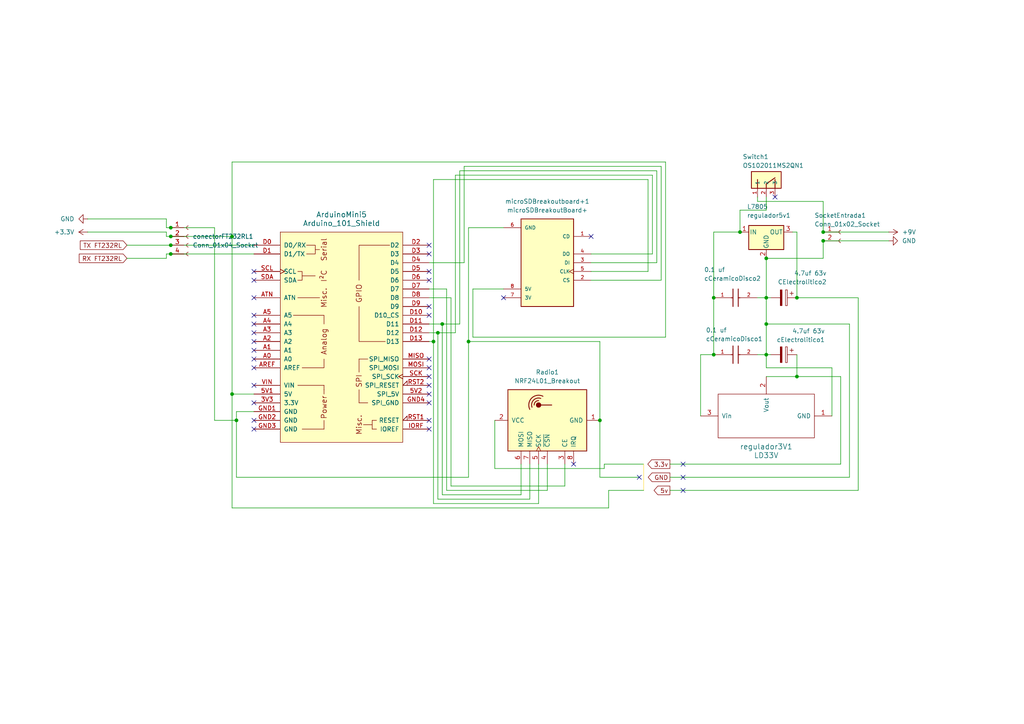
<source format=kicad_sch>
(kicad_sch (version 20231120) (generator "eeschema") (generator_version "8.0")
  (paper "A4")
  (lib_symbols
    (symbol "Connector:Conn_01x02_Socket" (pin_names (offset 1.016) hide)
      (property "Reference" "J" (at 0 2.54 0))
      (property "Value" "Conn_01x02_Socket" (at 0 -5.08 0))
      (symbol "Conn_01x02_Socket_1_1"
        (arc (start 0 -2.032) (mid -0.5058 -2.54) (end 0 -3.048) (stroke (width 0.1524)))
        (polyline (pts (xy -1.27 -2.54) (xy -0.508 -2.54)) (stroke (width 0.1524)))
        (polyline (pts (xy -1.27 0) (xy -0.508 0)) (stroke (width 0.1524)))
        (arc (start 0 0.508) (mid -0.5058 0) (end 0 -0.508) (stroke (width 0.1524)))
        (pin passive line (at -5.08 0 0) (length 3.81) (name "Pin_1") (number "1"))
        (pin passive line (at -5.08 -2.54 0) (length 3.81) (name "Pin_2") (number "2"))
      )
    )
    (symbol "Connector:Conn_01x04_Socket" (pin_names (offset 1.016) hide)
      (property "Reference" "J" (at 0 5.08 0))
      (property "Value" "Conn_01x04_Socket" (at 0 -7.62 0))
      (symbol "Conn_01x04_Socket_1_1"
        (arc (start 0 -4.572) (mid -0.5058 -5.08) (end 0 -5.588) (stroke (width 0.1524)))
        (arc (start 0 -2.032) (mid -0.5058 -2.54) (end 0 -3.048) (stroke (width 0.1524)))
        (polyline (pts (xy -1.27 -5.08) (xy -0.508 -5.08)) (stroke (width 0.1524)))
        (polyline (pts (xy -1.27 -2.54) (xy -0.508 -2.54)) (stroke (width 0.1524)))
        (polyline (pts (xy -1.27 0) (xy -0.508 0)) (stroke (width 0.1524)))
        (polyline (pts (xy -1.27 2.54) (xy -0.508 2.54)) (stroke (width 0.1524)))
        (arc (start 0 0.508) (mid -0.5058 0) (end 0 -0.508) (stroke (width 0.1524)))
        (arc (start 0 3.048) (mid -0.5058 2.54) (end 0 2.032) (stroke (width 0.1524)))
        (pin passive line (at -5.08 2.54 0) (length 3.81) (name "Pin_1") (number "1"))
        (pin passive line (at -5.08 0 0) (length 3.81) (name "Pin_2") (number "2"))
        (pin passive line (at -5.08 -2.54 0) (length 3.81) (name "Pin_3") (number "3"))
        (pin passive line (at -5.08 -5.08 0) (length 3.81) (name "Pin_4") (number "4"))
      )
    )
    (symbol "Device:C_Polarized" (pin_numbers hide) (pin_names (offset 0.254))
      (property "Reference" "C" (at 0.635 2.54 0))
      (property "Value" "C_Polarized" (at 0.635 -2.54 0))
      (symbol "C_Polarized_0_1"
        (rectangle (start -2.286 0.508) (end 2.286 1.016))
        (polyline (pts (xy -1.778 2.286) (xy -0.762 2.286)))
        (polyline (pts (xy -1.27 2.794) (xy -1.27 1.778)))
        (rectangle (start 2.286 -0.508) (end -2.286 -1.016) (fill (type outline)))
      )
      (symbol "C_Polarized_1_1"
        (pin passive line (at 0 3.81 270) (length 2.794) (name "~") (number "1"))
        (pin passive line (at 0 -3.81 90) (length 2.794) (name "~") (number "2"))
      )
    )
    (symbol "RF:NRF24L01_Breakout" (pin_names (offset 1.016))
      (property "Reference" "U" (at -8.89 12.7 0))
      (property "Value" "NRF24L01_Breakout" (at 3.81 12.7 0))
      (symbol "NRF24L01_Breakout_0_1"
        (rectangle (start -8.89 11.43) (end 8.89 -11.43) (stroke (width 0.254)) (fill (type background)))
        (polyline (pts (xy 4.445 1.905) (xy 4.445 -1.27)) (stroke (width 0.254)))
        (circle (center 4.445 2.54) (radius 0.635) (stroke (width 0.254)) (fill (type outline)))
        (arc (start 5.715 2.54) (mid 5.3521 3.4546) (end 4.445 3.81) (stroke (width 0.254)))
        (arc (start 6.35 1.905) (mid 5.8763 3.9854) (end 3.81 4.445) (stroke (width 0.254)))
        (arc (start 6.985 1.27) (mid 6.453 4.548) (end 3.175 5.08) (stroke (width 0.254)))
      )
      (symbol "NRF24L01_Breakout_1_1"
        (pin power_in line (at 0 -15.24 90) (length 3.81) (name "GND") (number "1"))
        (pin power_in line (at 0 15.24 270) (length 3.81) (name "VCC") (number "2"))
        (pin input line (at -12.7 -5.08 0) (length 3.81) (name "CE") (number "3"))
        (pin input line (at -12.7 0 0) (length 3.81) (name "~{CSN}") (number "4"))
        (pin input clock (at -12.7 2.54 0) (length 3.81) (name "SCK") (number "5"))
        (pin input line (at -12.7 7.62 0) (length 3.81) (name "MOSI") (number "6"))
        (pin output line (at -12.7 5.08 0) (length 3.81) (name "MISO") (number "7"))
        (pin output line (at -12.7 -7.62 0) (length 3.81) (name "IRQ") (number "8"))
      )
    )
    (symbol "Regulador_3.3v:LD33V" (pin_names (offset 1.016))
      (property "Reference" "U" (at 0 1.27 0))
      (property "Value" "LD33V" (at 0 3.81 0))
      (symbol "LD33V_0_1"
        (rectangle (start -13.97 6.35) (end 13.97 -6.35))
      )
      (symbol "LD33V_1_1"
        (pin power_out line (at -19.05 0 0) (length 5.08) (name "GND") (number "1"))
        (pin power_out line (at 0 -11.43 90) (length 5.08) (name "Vout") (number "2"))
        (pin power_in line (at 19.05 0 180) (length 5.08) (name "Vin") (number "3"))
      )
    )
    (symbol "Regulator_Linear:L7805" (pin_names (offset 0.254))
      (property "Reference" "U" (at -3.81 3.175 0))
      (property "Value" "L7805" (at 0 3.175 0))
      (symbol "L7805_0_1"
        (rectangle (start -5.08 1.905) (end 5.08 -5.08) (stroke (width 0.254)) (fill (type background)))
      )
      (symbol "L7805_1_1"
        (pin power_in line (at -7.62 0 0) (length 2.54) (name "IN") (number "1"))
        (pin power_in line (at 0 -7.62 90) (length 2.54) (name "GND") (number "2"))
        (pin power_out line (at 7.62 0 180) (length 2.54) (name "OUT") (number "3"))
      )
    )
    (symbol "arduino_mini:Arduino_101_Shield" (pin_names (offset 1.016))
      (property "Reference" "A" (at 0 36.83 0))
      (property "Value" "Arduino_101_Shield" (at 0 33.02 0))
      (symbol "Arduino_101_Shield_0_0"
        (rectangle (start -17.78 30.48) (end 17.78 -30.48) (fill (type background)))
        (rectangle (start -12.7 -13.97) (end -5.08 -13.97))
        (rectangle (start -11.43 -26.67) (end -5.08 -26.67))
        (polyline (pts (xy -11.43 17.78) (xy -7.62 17.78)))
        (polyline (pts (xy -7.62 25.4) (xy -6.35 25.4)))
        (polyline (pts (xy -6.35 11.43) (xy -12.7 11.43)))
        (polyline (pts (xy -5.08 -26.67) (xy -5.08 -24.13)))
        (polyline (pts (xy -5.08 -15.24) (xy -5.08 -16.51)))
        (polyline (pts (xy -5.08 -13.97) (xy -5.08 -15.24)))
        (polyline (pts (xy -5.08 -6.35) (xy -5.08 -8.89) (xy -11.43 -8.89)))
        (polyline (pts (xy -5.08 3.81) (xy -5.08 6.35) (xy -13.97 6.35)))
        (polyline (pts (xy 5.08 8.89) (xy 5.08 -1.27) (xy 12.7 -1.27)))
        (polyline (pts (xy 5.08 16.51) (xy 5.08 26.67) (xy 13.97 26.67)))
        (polyline (pts (xy -12.7 19.05) (xy -11.43 19.05) (xy -11.43 16.51) (xy -12.7 16.51)))
        (polyline (pts (xy -10.16 26.67) (xy -7.62 26.67) (xy -7.62 24.13) (xy -10.16 24.13)))
        (rectangle (start 5.08 -19.05) (end 5.08 -15.24))
        (rectangle (start 5.08 -19.05) (end 7.62 -19.05))
        (rectangle (start 5.08 -10.16) (end 5.08 -6.35))
        (rectangle (start 7.62 -6.35) (end 5.08 -6.35))
        (rectangle (start 8.89 -25.4) (end 6.35 -25.4))
        (rectangle (start 8.89 -24.13) (end 8.89 -26.67))
        (rectangle (start 10.16 -26.67) (end 8.89 -26.67))
        (rectangle (start 10.16 -24.13) (end 8.89 -24.13))
        (text "Analog" (at -5.08 -1.27 900) (effects (font (size 1.524 1.524))))
        (text "I²C" (at -5.08 17.78 900) (effects (font (size 1.524 1.524))))
        (text "Misc." (at -5.08 11.43 900) (effects (font (size 1.524 1.524))))
        (text "Misc." (at 5.08 -25.4 900) (effects (font (size 1.524 1.524))))
        (text "Power" (at -5.08 -20.32 900) (effects (font (size 1.524 1.524))))
        (text "Serial" (at -5.08 25.4 900) (effects (font (size 1.524 1.524))))
        (text "SPI" (at 5.08 -12.7 900) (effects (font (size 1.524 1.524))))
      )
      (symbol "Arduino_101_Shield_1_0"
        (text "GPIO" (at 5.08 12.7 900) (effects (font (size 1.524 1.524))))
      )
      (symbol "Arduino_101_Shield_1_1"
        (pin power_out line (at -25.4 -19.05 0) (length 7.62) (name "3.3V") (number "3V3"))
        (pin power_in line (at -25.4 -16.51 0) (length 7.62) (name "5V") (number "5V1"))
        (pin power_in line (at 25.4 -16.51 180) (length 7.62) (name "SPI_5V") (number "5V2"))
        (pin bidirectional line (at -25.4 -6.35 0) (length 7.62) (name "A0") (number "A0"))
        (pin bidirectional line (at -25.4 -3.81 0) (length 7.62) (name "A1") (number "A1"))
        (pin bidirectional line (at -25.4 -1.27 0) (length 7.62) (name "A2") (number "A2"))
        (pin bidirectional line (at -25.4 1.27 0) (length 7.62) (name "A3") (number "A3"))
        (pin bidirectional line (at -25.4 3.81 0) (length 7.62) (name "A4") (number "A4"))
        (pin bidirectional line (at -25.4 6.35 0) (length 7.62) (name "A5") (number "A5"))
        (pin input line (at -25.4 -8.89 0) (length 7.62) (name "AREF") (number "AREF"))
        (pin bidirectional line (at -25.4 11.43 0) (length 7.62) (name "ATN") (number "ATN"))
        (pin bidirectional line (at -25.4 26.67 0) (length 7.62) (name "D0/RX") (number "D0"))
        (pin bidirectional line (at -25.4 24.13 0) (length 7.62) (name "D1/TX") (number "D1"))
        (pin bidirectional line (at 25.4 6.35 180) (length 7.62) (name "D10_CS") (number "D10"))
        (pin bidirectional line (at 25.4 3.81 180) (length 7.62) (name "D11") (number "D11"))
        (pin bidirectional line (at 25.4 1.27 180) (length 7.62) (name "D12") (number "D12"))
        (pin bidirectional line (at 25.4 -1.27 180) (length 7.62) (name "D13") (number "D13"))
        (pin bidirectional line (at 25.4 26.67 180) (length 7.62) (name "D2") (number "D2"))
        (pin bidirectional line (at 25.4 24.13 180) (length 7.62) (name "D3") (number "D3"))
        (pin bidirectional line (at 25.4 21.59 180) (length 7.62) (name "D4") (number "D4"))
        (pin bidirectional line (at 25.4 19.05 180) (length 7.62) (name "D5") (number "D5"))
        (pin bidirectional line (at 25.4 16.51 180) (length 7.62) (name "D6") (number "D6"))
        (pin bidirectional line (at 25.4 13.97 180) (length 7.62) (name "D7") (number "D7"))
        (pin bidirectional line (at 25.4 11.43 180) (length 7.62) (name "D8") (number "D8"))
        (pin bidirectional line (at 25.4 8.89 180) (length 7.62) (name "D9") (number "D9"))
        (pin power_in line (at -25.4 -21.59 0) (length 7.62) (name "GND") (number "GND1"))
        (pin power_in line (at -25.4 -24.13 0) (length 7.62) (name "GND") (number "GND2"))
        (pin power_in line (at -25.4 -26.67 0) (length 7.62) (name "GND") (number "GND3"))
        (pin power_in line (at 25.4 -19.05 180) (length 7.62) (name "SPI_GND") (number "GND4"))
        (pin output line (at 25.4 -26.67 180) (length 7.62) (name "IOREF") (number "IORF"))
        (pin input line (at 25.4 -6.35 180) (length 7.62) (name "SPI_MISO") (number "MISO"))
        (pin output line (at 25.4 -8.89 180) (length 7.62) (name "SPI_MOSI") (number "MOSI"))
        (pin open_collector input_low (at 25.4 -24.13 180) (length 7.62) (name "RESET") (number "RST1"))
        (pin open_collector input_low (at 25.4 -13.97 180) (length 7.62) (name "SPI_RESET") (number "RST2"))
        (pin output clock (at 25.4 -11.43 180) (length 7.62) (name "SPI_SCK") (number "SCK"))
        (pin bidirectional clock (at -25.4 19.05 0) (length 7.62) (name "SCL") (number "SCL"))
        (pin bidirectional line (at -25.4 16.51 0) (length 7.62) (name "SDA") (number "SDA"))
        (pin power_in line (at -25.4 -13.97 0) (length 7.62) (name "VIN") (number "VIN"))
      )
    )
    (symbol "c_small_disk:C320C104M5U5TA" (pin_names (offset 1.016))
      (property "Reference" "C" (at 8.89 6.35 0))
      (property "Value" "C320C104M5U5TA" (at 8.89 3.81 0))
      (symbol "C320C104M5U5TA_0_0"
        (polyline (pts (xy 5.08 0) (xy 5.588 0)) (stroke (width 0.254)))
        (polyline (pts (xy 5.588 2.54) (xy 5.588 -2.54)) (stroke (width 0.254)))
        (polyline (pts (xy 7.112 0) (xy 7.62 0)) (stroke (width 0.254)))
        (polyline (pts (xy 7.112 2.54) (xy 7.112 -2.54)) (stroke (width 0.254)))
        (pin bidirectional line (at 0 0 0) (length 5.08) (name "~") (number "1"))
        (pin bidirectional line (at 12.7 0 180) (length 5.08) (name "~") (number "2"))
      )
    )
    (symbol "microSDBreakoutBoard+:microSDBreakoutBoard+" (pin_names (offset 1.016))
      (property "Reference" "U" (at -7.62 13.462 0))
      (property "Value" "microSDBreakoutBoard+" (at -7.62 -15.24 0))
      (symbol "microSDBreakoutBoard+_0_0"
        (rectangle (start -7.62 -12.7) (end 7.62 12.7) (stroke (width 0.254)) (fill (type background)))
        (pin bidirectional line (at -12.7 -7.62 0) (length 5.08) (name "CD") (number "1"))
        (pin input line (at -12.7 5.08 0) (length 5.08) (name "CS") (number "2"))
        (pin input line (at -12.7 0 0) (length 5.08) (name "DI") (number "3"))
        (pin output line (at -12.7 -2.54 0) (length 5.08) (name "DO") (number "4"))
        (pin input clock (at -12.7 2.54 0) (length 5.08) (name "CLK") (number "5"))
        (pin power_in line (at 12.7 -10.16 180) (length 5.08) (name "GND") (number "6"))
        (pin power_in line (at 12.7 10.16 180) (length 5.08) (name "3V") (number "7"))
        (pin power_in line (at 12.7 7.62 180) (length 5.08) (name "5V") (number "8"))
      )
    )
    (symbol "power:+3.3V" (power) (pin_numbers hide) (pin_names (offset 0) hide)
      (property "Value" "+3.3V" (at 0 3.556 0))
      (symbol "+3.3V_0_1"
        (polyline (pts (xy -0.762 1.27) (xy 0 2.54)))
        (polyline (pts (xy 0 0) (xy 0 2.54)))
        (polyline (pts (xy 0 2.54) (xy 0.762 1.27)))
      )
      (symbol "+3.3V_1_1"
        (pin power_in line (at 0 0 90) (length 0) (name "~") (number "1"))
      )
    )
    (symbol "power:+9V" (power) (pin_numbers hide) (pin_names (offset 0) hide)
      (property "Value" "+9V" (at 0 3.556 0))
      (symbol "+9V_0_1"
        (polyline (pts (xy -0.762 1.27) (xy 0 2.54)))
        (polyline (pts (xy 0 0) (xy 0 2.54)))
        (polyline (pts (xy 0 2.54) (xy 0.762 1.27)))
      )
      (symbol "+9V_1_1"
        (pin power_in line (at 0 0 90) (length 0) (name "~") (number "1"))
      )
    )
    (symbol "power:GND" (power) (pin_numbers hide) (pin_names (offset 0) hide)
      (property "Value" "GND" (at 0 -3.81 0))
      (symbol "GND_0_1"
        (polyline (pts (xy 0 0) (xy 0 -1.27) (xy 1.27 -1.27) (xy 0 -2.54) (xy -1.27 -1.27) (xy 0 -1.27)))
      )
      (symbol "GND_1_1"
        (pin power_in line (at 0 0 270) (length 0) (name "~") (number "1"))
      )
    )
    (symbol "switch:OS102011MS2QN1" (pin_names (offset 1.016))
      (property "Reference" "S" (at -2.5411 5.0822 0))
      (property "Value" "OS102011MS2QN1" (at -2.544 -7.6319 0))
      (symbol "OS102011MS2QN1_0_0"
        (rectangle (start -2.54 -4.318) (end 2.286 4.318) (stroke (width 0.254)) (fill (type background)))
        (polyline (pts (xy -2.54 -2.54) (xy 0 -2.54)) (stroke (width 0.254)))
        (polyline (pts (xy -2.54 0) (xy -1.27 0)) (stroke (width 0.254)))
        (polyline (pts (xy -2.54 2.54) (xy 0 2.54)) (stroke (width 0.254)))
        (polyline (pts (xy -1.27 0) (xy 0.508 -2.54)) (stroke (width 0.254)))
        (pin passive line (at -5.08 2.54 0) (length 2.54) (name "1") (number "1"))
        (pin passive line (at -5.08 0 0) (length 2.54) (name "2") (number "2"))
        (pin passive line (at -5.08 -2.54 0) (length 2.54) (name "3") (number "3"))
      )
    )
  )
  (junction (at 222.25 74.93))
  (junction (at 238.76 69.85))
  (junction (at 207.01 102.87))
  (junction (at 135.89 99.06))
  (junction (at 173.99 121.92))
  (junction (at 231.14 86.36))
  (junction (at 222.25 93.98))
  (junction (at 67.31 68.58))
  (junction (at 49.53 68.58))
  (junction (at 68.58 121.92))
  (junction (at 222.25 102.87))
  (junction (at 49.53 73.66))
  (junction (at 207.01 86.36))
  (junction (at 127 96.52))
  (junction (at 49.53 66.04))
  (junction (at 128.27 93.98))
  (junction (at 125.73 99.06))
  (junction (at 67.31 114.3))
  (junction (at 231.14 109.22))
  (junction (at 238.76 67.31))
  (junction (at 49.53 71.12))
  (junction (at 214.63 67.31))
  (junction (at 222.25 86.36))
  (no_connect (at 224.79 57.15))
  (no_connect (at 124.46 124.46))
  (no_connect (at 198.12 142.24))
  (no_connect (at 73.66 96.52))
  (no_connect (at 73.66 93.98))
  (no_connect (at 124.46 121.92))
  (no_connect (at 124.46 111.76))
  (no_connect (at 73.66 104.14))
  (no_connect (at 124.46 81.28))
  (no_connect (at 124.46 88.9))
  (no_connect (at 73.66 78.74))
  (no_connect (at 73.66 106.68))
  (no_connect (at 73.66 99.06))
  (no_connect (at 73.66 124.46))
  (no_connect (at 124.46 73.66))
  (no_connect (at 124.46 78.74))
  (no_connect (at 198.12 134.62))
  (no_connect (at 146.05 86.36))
  (no_connect (at 124.46 91.44))
  (no_connect (at 198.12 138.43))
  (no_connect (at 73.66 91.44))
  (no_connect (at 73.66 121.92))
  (no_connect (at 73.66 116.84))
  (no_connect (at 124.46 106.68))
  (no_connect (at 73.66 81.28))
  (no_connect (at 124.46 116.84))
  (no_connect (at 73.66 101.6))
  (no_connect (at 171.45 68.58))
  (no_connect (at 73.66 111.76))
  (no_connect (at 73.66 86.36))
  (no_connect (at 166.37 134.62))
  (no_connect (at 185.42 138.43))
  (no_connect (at 124.46 104.14))
  (no_connect (at 124.46 71.12))
  (no_connect (at 124.46 109.22))
  (no_connect (at 124.46 114.3))
  (wire (pts (xy 137.16 83.82) (xy 137.16 97.79)))
  (wire (pts (xy 222.25 109.22) (xy 231.14 109.22)))
  (wire (pts (xy 130.81 86.36) (xy 124.46 86.36)))
  (wire (pts (xy 48.26 73.66) (xy 49.53 73.66)))
  (wire (pts (xy 222.25 102.87) (xy 223.52 102.87)))
  (wire (pts (xy 189.23 73.66) (xy 189.23 50.8)))
  (wire (pts (xy 246.38 93.98) (xy 246.38 138.43)))
  (wire (pts (xy 36.83 74.93) (xy 48.26 74.93)))
  (wire (pts (xy 171.45 76.2) (xy 190.5 76.2)))
  (wire (pts (xy 203.2 120.65) (xy 203.2 102.87)))
  (wire (pts (xy 186.69 134.62) (xy 186.69 142.24)) (stroke (width 0) (color 255 224 77 1)))
  (wire (pts (xy 222.25 74.93) (xy 238.76 74.93)))
  (wire (pts (xy 231.14 109.22) (xy 231.14 102.87)))
  (wire (pts (xy 129.54 83.82) (xy 124.46 83.82)))
  (wire (pts (xy 125.73 146.05) (xy 125.73 99.06)))
  (wire (pts (xy 222.25 106.68) (xy 222.25 102.87)))
  (wire (pts (xy 135.89 99.06) (xy 173.99 99.06)))
  (wire (pts (xy 130.81 140.97) (xy 130.81 86.36)))
  (wire (pts (xy 207.01 86.36) (xy 207.01 67.31)))
  (wire (pts (xy 134.62 48.26) (xy 134.62 76.2)))
  (wire (pts (xy 222.25 86.36) (xy 222.25 93.98)))
  (wire (pts (xy 128.27 93.98) (xy 124.46 93.98)))
  (wire (pts (xy 219.71 102.87) (xy 222.25 102.87)))
  (wire (pts (xy 127 144.78) (xy 127 96.52)))
  (wire (pts (xy 143.51 135.89) (xy 175.26 135.89)))
  (wire (pts (xy 214.63 60.96) (xy 214.63 67.31)))
  (wire (pts (xy 48.26 63.5) (xy 48.26 66.04)))
  (wire (pts (xy 241.3 120.65) (xy 241.3 106.68)))
  (wire (pts (xy 219.71 86.36) (xy 222.25 86.36)))
  (wire (pts (xy 222.25 60.96) (xy 214.63 60.96)))
  (wire (pts (xy 67.31 68.58) (xy 67.31 114.3)))
  (wire (pts (xy 156.21 146.05) (xy 125.73 146.05)))
  (wire (pts (xy 171.45 78.74) (xy 187.96 78.74)))
  (wire (pts (xy 25.4 63.5) (xy 48.26 63.5)))
  (wire (pts (xy 153.67 144.78) (xy 127 144.78)))
  (wire (pts (xy 243.84 109.22) (xy 243.84 134.62)))
  (wire (pts (xy 67.31 114.3) (xy 67.31 147.32)))
  (wire (pts (xy 49.53 68.58) (xy 67.31 68.58)))
  (wire (pts (xy 73.66 114.3) (xy 67.31 114.3)))
  (wire (pts (xy 67.31 46.99) (xy 67.31 68.58)))
  (wire (pts (xy 36.83 71.12) (xy 49.53 71.12)))
  (wire (pts (xy 67.31 147.32) (xy 176.53 147.32)))
  (wire (pts (xy 173.99 99.06) (xy 173.99 121.92)))
  (wire (pts (xy 129.54 142.24) (xy 129.54 83.82)))
  (wire (pts (xy 229.87 67.31) (xy 231.14 67.31)))
  (wire (pts (xy 222.25 86.36) (xy 223.52 86.36)))
  (wire (pts (xy 68.58 121.92) (xy 68.58 138.43)))
  (wire (pts (xy 73.66 119.38) (xy 68.58 119.38)))
  (wire (pts (xy 49.53 66.04) (xy 62.23 66.04)))
  (wire (pts (xy 175.26 135.89) (xy 175.26 134.62)))
  (wire (pts (xy 176.53 147.32) (xy 176.53 142.24)))
  (wire (pts (xy 48.26 68.58) (xy 49.53 68.58)))
  (wire (pts (xy 62.23 121.92) (xy 68.58 121.92)))
  (wire (pts (xy 48.26 66.04) (xy 49.53 66.04)))
  (wire (pts (xy 241.3 106.68) (xy 222.25 106.68)))
  (wire (pts (xy 132.08 50.8) (xy 132.08 96.52)))
  (wire (pts (xy 203.2 102.87) (xy 207.01 102.87)))
  (wire (pts (xy 238.76 58.42) (xy 219.71 58.42)))
  (wire (pts (xy 125.73 52.07) (xy 125.73 99.06)))
  (wire (pts (xy 68.58 138.43) (xy 135.89 138.43)))
  (wire (pts (xy 194.31 134.62) (xy 243.84 134.62)))
  (wire (pts (xy 238.76 67.31) (xy 257.81 67.31)))
  (wire (pts (xy 25.4 67.31) (xy 48.26 67.31)))
  (wire (pts (xy 135.89 66.04) (xy 135.89 99.06)))
  (wire (pts (xy 151.13 134.62) (xy 151.13 143.51)))
  (wire (pts (xy 231.14 86.36) (xy 248.92 86.36)))
  (wire (pts (xy 231.14 67.31) (xy 231.14 86.36)))
  (wire (pts (xy 133.35 49.53) (xy 133.35 93.98)))
  (wire (pts (xy 194.31 142.24) (xy 248.92 142.24)))
  (wire (pts (xy 191.77 48.26) (xy 134.62 48.26)))
  (wire (pts (xy 48.26 67.31) (xy 48.26 68.58)))
  (wire (pts (xy 68.58 119.38) (xy 68.58 121.92)))
  (wire (pts (xy 125.73 99.06) (xy 124.46 99.06)))
  (wire (pts (xy 134.62 76.2) (xy 124.46 76.2)))
  (wire (pts (xy 238.76 69.85) (xy 257.81 69.85)))
  (wire (pts (xy 187.96 78.74) (xy 187.96 52.07)))
  (wire (pts (xy 231.14 109.22) (xy 243.84 109.22)))
  (wire (pts (xy 190.5 49.53) (xy 133.35 49.53)))
  (wire (pts (xy 153.67 134.62) (xy 153.67 144.78)))
  (wire (pts (xy 207.01 67.31) (xy 214.63 67.31)))
  (wire (pts (xy 176.53 142.24) (xy 186.69 142.24)))
  (wire (pts (xy 135.89 138.43) (xy 135.89 99.06)))
  (wire (pts (xy 193.04 46.99) (xy 67.31 46.99)))
  (wire (pts (xy 128.27 93.98) (xy 133.35 93.98)))
  (wire (pts (xy 222.25 74.93) (xy 222.25 86.36)))
  (wire (pts (xy 127 96.52) (xy 132.08 96.52)))
  (wire (pts (xy 158.75 134.62) (xy 158.75 142.24)))
  (wire (pts (xy 137.16 97.79) (xy 193.04 97.79)))
  (wire (pts (xy 146.05 66.04) (xy 135.89 66.04)))
  (wire (pts (xy 189.23 50.8) (xy 132.08 50.8)))
  (wire (pts (xy 163.83 134.62) (xy 163.83 140.97)))
  (wire (pts (xy 187.96 52.07) (xy 125.73 52.07)))
  (wire (pts (xy 222.25 57.15) (xy 222.25 60.96)))
  (wire (pts (xy 191.77 81.28) (xy 191.77 48.26)))
  (wire (pts (xy 156.21 134.62) (xy 156.21 146.05)))
  (wire (pts (xy 151.13 143.51) (xy 128.27 143.51)))
  (wire (pts (xy 222.25 93.98) (xy 222.25 102.87)))
  (wire (pts (xy 193.04 97.79) (xy 193.04 46.99)))
  (wire (pts (xy 49.53 71.12) (xy 73.66 71.12)))
  (wire (pts (xy 171.45 73.66) (xy 189.23 73.66)))
  (wire (pts (xy 146.05 83.82) (xy 137.16 83.82)))
  (wire (pts (xy 163.83 140.97) (xy 130.81 140.97)))
  (wire (pts (xy 175.26 134.62) (xy 186.69 134.62)))
  (wire (pts (xy 173.99 121.92) (xy 173.99 138.43)))
  (wire (pts (xy 173.99 138.43) (xy 185.42 138.43)))
  (wire (pts (xy 49.53 73.66) (xy 73.66 73.66)))
  (wire (pts (xy 248.92 86.36) (xy 248.92 142.24)))
  (wire (pts (xy 143.51 121.92) (xy 143.51 135.89)))
  (wire (pts (xy 238.76 67.31) (xy 238.76 58.42)))
  (wire (pts (xy 222.25 93.98) (xy 246.38 93.98)))
  (wire (pts (xy 207.01 86.36) (xy 207.01 102.87)))
  (wire (pts (xy 128.27 143.51) (xy 128.27 93.98)))
  (wire (pts (xy 219.71 57.15) (xy 219.71 58.42)))
  (wire (pts (xy 171.45 81.28) (xy 191.77 81.28)))
  (wire (pts (xy 127 96.52) (xy 124.46 96.52)))
  (wire (pts (xy 48.26 74.93) (xy 48.26 73.66)))
  (wire (pts (xy 190.5 76.2) (xy 190.5 49.53)))
  (wire (pts (xy 238.76 69.85) (xy 238.76 74.93)))
  (wire (pts (xy 158.75 142.24) (xy 129.54 142.24)))
  (wire (pts (xy 62.23 66.04) (xy 62.23 121.92)))
  (wire (pts (xy 194.31 138.43) (xy 246.38 138.43)))
  (global_label "GND" (shape output) (at 194.31 138.43 180) (property "Intersheetrefs" "${INTERSHEET_REFS}" (effects (hide yes))))
  (global_label "3.3v" (shape output) (at 194.31 134.62 180) (property "Intersheetrefs" "${INTERSHEET_REFS}" (effects (hide yes))))
  (global_label "TX FT232RL" (shape input) (at 36.83 71.12 180) (property "Intersheetrefs" "${INTERSHEET_REFS}" (effects (hide yes))))
  (global_label "5v" (shape output) (at 194.31 142.24 180) (property "Intersheetrefs" "${INTERSHEET_REFS}" (effects (hide yes))))
  (global_label "RX FT232RL" (shape input) (at 36.83 74.93 180) (property "Intersheetrefs" "${INTERSHEET_REFS}" (effects (hide yes))))
  (symbol (lib_id "power:GND") (at 25.4 63.5 270) (unit 1)
    (property "Reference" "#PWR04" (effects (hide yes)))
    (property "Value" "GND" (at 21.59 63.4999 90) (effects (justify right)))
    (property "Description" "Power symbol creates a global label with name \"GND\" , ground" (effects (hide yes)))
  )
  (symbol (lib_id "Device:C_Polarized") (at 227.33 86.36 270) (unit 1)
    (property "Reference" "CElectrolitico2" (at 239.776 81.788 90) (effects (justify right)))
    (property "Value" "4.7uf 63v" (at 239.776 79.248 90) (effects (justify right)))
    (property "Footprint" "Capacitor_THT:C_Radial_D5.0mm_H11.0mm_P2.00mm" (effects (hide yes)))
    (property "Description" "Polarized capacitor" (effects (hide yes)))
  )
  (symbol (lib_id "microSDBreakoutBoard+:microSDBreakoutBoard+") (at 158.75 76.2 180) (unit 1)
    (property "Reference" "microSDBreakoutboard+1" (at 158.75 58.42 0))
    (property "Value" "microSDBreakoutBoard+" (at 158.75 60.96 0))
    (property "Footprint" "microSD_breakout_Board+:MODULE_254" (effects (hide yes)))
    (property "MF" "Adafruit" (effects (hide yes)))
    (property "MAXIMUM_PACKAGE_HEIGHT" "3.75 mm" (effects (hide yes)))
    (property "Package" "NON STANDARD Adafruit" (effects (hide yes)))
    (property "Price" "None" (effects (hide yes)))
    (property "Check_prices" "https://www.snapeda.com/parts/254/Adafruit+Industries/view-part/?ref=eda" (effects (hide yes)))
    (property "STANDARD" "Manufacturer Recommendations" (effects (hide yes)))
    (property "PARTREV" "Jul 31, 2013" (effects (hide yes)))
    (property "SnapEDA_Link" "https://www.snapeda.com/parts/254/Adafruit+Industries/view-part/?ref=snap" (effects (hide yes)))
    (property "MP" "254" (effects (hide yes)))
    (property "Purchase-URL" "https://www.snapeda.com/api/url_track_click_mouser/?unipart_id=4653161&manufacturer=Adafruit&part_name=254&search_term=5v ready micro-sd breakout board" (effects (hide yes)))
    (property "Description_1" "\nMicroSD card breakout board+ | Adafruit Industries 254\n" (effects (hide yes)))
    (property "Availability" "In Stock" (effects (hide yes)))
    (property "MANUFACTURER" "Adafruit Industries" (effects (hide yes)))
  )
  (symbol (lib_id "power:+9V") (at 257.81 67.31 270) (unit 1)
    (property "Reference" "#PWR02" (effects (hide yes)))
    (property "Value" "+9V" (at 261.62 67.3099 90) (effects (justify left)))
    (property "Description" "Power symbol creates a global label with name \"+9V\"" (effects (hide yes)))
  )
  (symbol (lib_id "Device:C_Polarized") (at 227.33 102.87 270) (unit 1)
    (property "Reference" "cElectrolitico1" (at 239.268 98.552 90) (effects (justify right)))
    (property "Value" "4.7uf 63v" (at 239.268 96.012 90) (effects (justify right)))
    (property "Footprint" "Capacitor_THT:C_Radial_D5.0mm_H11.0mm_P2.00mm" (effects (hide yes)))
    (property "Description" "Polarized capacitor" (effects (hide yes)))
  )
  (symbol (lib_id "arduino_mini:Arduino_101_Shield") (at 99.06 97.79 0) (unit 1)
    (property "Reference" "ArduinoMini5" (at 99.06 62.23 0) (effects (font (size 1.524 1.524))))
    (property "Value" "Arduino_101_Shield" (at 99.06 64.77 0) (effects (font (size 1.524 1.524))))
    (property "Footprint" "arduino-library:Arduino_Mini_Socket" (effects (hide yes)))
    (property "Datasheet" "https://docs.arduino.cc/retired/boards/arduino-101-619" (effects (hide yes)))
    (property "Description" "Shield for Arduino 101" (effects (hide yes)))
  )
  (symbol (lib_id "RF:NRF24L01_Breakout") (at 158.75 121.92 90) (unit 1)
    (property "Reference" "Radio1" (at 158.75 107.95 90))
    (property "Value" "NRF24L01_Breakout" (at 158.75 110.49 90))
    (property "Footprint" "RF_Module:nRF24L01_Breakout" (effects (hide yes)))
    (property "Datasheet" "http://www.nordicsemi.com/eng/content/download/2730/34105/file/nRF24L01_Product_Specification_v2_0.pdf" (effects (hide yes)))
    (property "Description" "Ultra low power 2.4GHz RF Transceiver, Carrier PCB" (effects (hide yes)))
  )
  (symbol (lib_id "Regulator_Linear:L7805") (at 222.25 67.31 0) (unit 1)
    (property "Reference" "regulador5v1" (at 216.662 62.484 0) (effects (justify left)))
    (property "Value" "L7805" (at 216.662 59.944 0) (effects (justify left)))
    (property "Footprint" "Package_TO_SOT_THT:TO-220-3_Vertical" (effects (hide yes)))
    (property "Datasheet" "http://www.st.com/content/ccc/resource/technical/document/datasheet/41/4f/b3/b0/12/d4/47/88/CD00000444.pdf/files/CD00000444.pdf/jcr:content/translations/en.CD00000444.pdf" (effects (hide yes)))
    (property "Description" "Positive 1.5A 35V Linear Regulator, Fixed Output 5V, TO-220/TO-263/TO-252" (effects (hide yes)))
  )
  (symbol (lib_id "power:GND") (at 257.81 69.85 90) (unit 1)
    (property "Reference" "#PWR03" (effects (hide yes)))
    (property "Value" "GND" (at 261.62 69.8499 90) (effects (justify right)))
    (property "Description" "Power symbol creates a global label with name \"GND\" , ground" (effects (hide yes)))
  )
  (symbol (lib_id "Connector:Conn_01x02_Socket") (at 243.84 67.31 0) (unit 1)
    (property "Reference" "SocketEntrada1" (at 236.22 62.484 0) (effects (justify left)))
    (property "Value" "Conn_01x02_Socket" (at 236.22 65.024 0) (effects (justify left)))
    (property "Footprint" "Connector_Molex:Molex_KK-254_AE-6410-02A_1x02_P2.54mm_Vertical" (effects (hide yes)))
    (property "Description" "Generic connector, single row, 01x02, script generated" (effects (hide yes)))
  )
  (symbol (lib_id "Regulador_3.3v:LD33V") (at 222.25 120.65 180) (unit 1)
    (property "Reference" "regulador3V1" (at 222.25 129.54 0) (effects (font (size 1.524 1.524))))
    (property "Value" "LD33V" (at 222.25 132.08 0) (effects (font (size 1.524 1.524))))
    (property "Footprint" "Package_TO_SOT_THT:TO-220-3_Vertical" (effects (hide yes)))
  )
  (symbol (lib_id "c_small_disk:C320C104M5U5TA") (at 207.01 86.36 0) (unit 1)
    (property "Reference" "cCeramicoDisco2" (at 204.216 80.772 0) (effects (justify left)))
    (property "Value" "0.1 uf" (at 204.216 78.232 0) (effects (justify left)))
    (property "Footprint" "Capacitor_THT:C_Disc_D4.3mm_W1.9mm_P5.00mm" (effects (hide yes)))
    (property "Manufacturer_Name" "Kemet" (effects (hide yes)))
    (property "MF" "KEMET" (effects (hide yes)))
    (property "Mouser_Price-Stock" "https://www.mouser.com/Search/Refine.aspx?Keyword=80-C320C104M5U" (effects (hide yes)))
    (property "Description_1" "\nC320 C 100nF Ceramic Multilayer Capacitor, 50 VDC, +85degC, Z5U Dielec, +/-20% | KEMET C320C104M5U5TA\n" (effects (hide yes)))
    (property "Allied_Number" "70095209" (effects (hide yes)))
    (property "RS_Part_Number" "8703823" (effects (hide yes)))
    (property "Allied_Price-Stock" "https://www.alliedelec.com/kemet-c320c104m5u5ta/70095209/" (effects (hide yes)))
    (property "Price" "None" (effects (hide yes)))
    (property "Mouser_Part_Number" "80-C320C104M5U" (effects (hide yes)))
    (property "Check_prices" "https://www.snapeda.com/parts/C320C104M5U5TA/KEMET/view-part/?ref=eda" (effects (hide yes)))
    (property "Height" "mm" (effects (hide yes)))
    (property "SnapEDA_Link" "https://www.snapeda.com/parts/C320C104M5U5TA/KEMET/view-part/?ref=snap" (effects (hide yes)))
    (property "MP" "C320C104M5U5TA" (effects (hide yes)))
    (property "Package" "Radial KEMET" (effects (hide yes)))
    (property "RS_Price-Stock" "https://uk.rs-online.com/web/p/products/8703823" (effects (hide yes)))
    (property "Availability" "In Stock" (effects (hide yes)))
    (property "Manufacturer_Part_Number" "C320C104M5U5TA" (effects (hide yes)))
  )
  (symbol (lib_id "power:+3.3V") (at 25.4 67.31 90) (unit 1)
    (property "Reference" "#PWR01" (effects (hide yes)))
    (property "Value" "+3.3V" (at 21.59 67.3099 90) (effects (justify left)))
    (property "Description" "Power symbol creates a global label with name \"+3.3V\"" (effects (hide yes)))
  )
  (symbol (lib_id "Connector:Conn_01x04_Socket") (at 54.61 68.58 0) (unit 1)
    (property "Reference" "conectorFT232RL1" (at 55.88 68.5799 0) (effects (justify left)))
    (property "Value" "Conn_01x04_Socket" (at 55.88 71.1199 0) (effects (justify left)))
    (property "Footprint" "Connector_JST:JST_ZH_B4B-ZR_1x04_P1.50mm_Vertical" (effects (hide yes)))
    (property "Description" "Generic connector, single row, 01x04, script generated" (effects (hide yes)))
  )
  (symbol (lib_id "switch:OS102011MS2QN1") (at 222.25 52.07 90) (unit 1)
    (property "Reference" "Switch1" (at 215.392 45.466 90) (effects (justify right)))
    (property "Value" "OS102011MS2QN1" (at 215.392 48.006 90) (effects (justify right)))
    (property "Footprint" "switch:SW_OS102011MS2QN1" (effects (hide yes)))
    (property "MF" "C&K" (effects (hide yes)))
    (property "Description_1" "\nSwitch,Slide,Mini,SPDT,ON-ON,Non-Shorting(BBM),100mA,12VDC,ThruHole,PC Pin | C&K OS102011MS2QN1\n" (effects (hide yes)))
    (property "Package" "None" (effects (hide yes)))
    (property "Price" "None" (effects (hide yes)))
    (property "Check_prices" "https://www.snapeda.com/parts/OS102011MS2QN1/C%2526K/view-part/?ref=eda" (effects (hide yes)))
    (property "STANDARD" "MANUFACTURER RECOMMENDATIONS" (effects (hide yes)))
    (property "SnapEDA_Link" "https://www.snapeda.com/parts/OS102011MS2QN1/C%2526K/view-part/?ref=snap" (effects (hide yes)))
    (property "MP" "OS102011MS2QN1" (effects (hide yes)))
    (property "Availability" "In Stock" (effects (hide yes)))
    (property "MANUFACTURER" "C&K" (effects (hide yes)))
  )
  (symbol (lib_id "c_small_disk:C320C104M5U5TA") (at 207.01 102.87 0) (unit 1)
    (property "Reference" "cCeramicoDisco1" (at 204.724 98.298 0) (effects (justify left)))
    (property "Value" "0.1 uf" (at 204.724 95.758 0) (effects (justify left)))
    (property "Footprint" "Capacitor_THT:C_Disc_D4.3mm_W1.9mm_P5.00mm" (effects (hide yes)))
    (property "Manufacturer_Name" "Kemet" (effects (hide yes)))
    (property "MF" "KEMET" (effects (hide yes)))
    (property "Mouser_Price-Stock" "https://www.mouser.com/Search/Refine.aspx?Keyword=80-C320C104M5U" (effects (hide yes)))
    (property "Description_1" "\nC320 C 100nF Ceramic Multilayer Capacitor, 50 VDC, +85degC, Z5U Dielec, +/-20% | KEMET C320C104M5U5TA\n" (effects (hide yes)))
    (property "Allied_Number" "70095209" (effects (hide yes)))
    (property "RS_Part_Number" "8703823" (effects (hide yes)))
    (property "Allied_Price-Stock" "https://www.alliedelec.com/kemet-c320c104m5u5ta/70095209/" (effects (hide yes)))
    (property "Price" "None" (effects (hide yes)))
    (property "Mouser_Part_Number" "80-C320C104M5U" (effects (hide yes)))
    (property "Check_prices" "https://www.snapeda.com/parts/C320C104M5U5TA/KEMET/view-part/?ref=eda" (effects (hide yes)))
    (property "Height" "mm" (effects (hide yes)))
    (property "SnapEDA_Link" "https://www.snapeda.com/parts/C320C104M5U5TA/KEMET/view-part/?ref=snap" (effects (hide yes)))
    (property "MP" "C320C104M5U5TA" (effects (hide yes)))
    (property "Package" "Radial KEMET" (effects (hide yes)))
    (property "RS_Price-Stock" "https://uk.rs-online.com/web/p/products/8703823" (effects (hide yes)))
    (property "Availability" "In Stock" (effects (hide yes)))
    (property "Manufacturer_Part_Number" "C320C104M5U5TA" (effects (hide yes)))
  )
)
</source>
